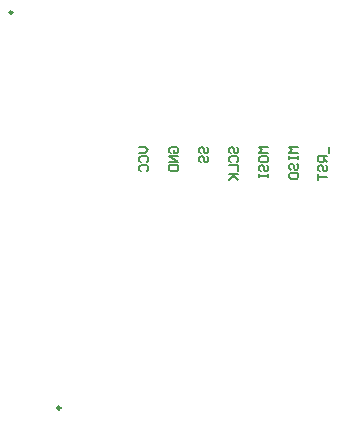
<source format=gbo>
G04*
G04 #@! TF.GenerationSoftware,Altium Limited,Altium Designer,21.7.2 (23)*
G04*
G04 Layer_Color=0*
%FSLAX25Y25*%
%MOIN*%
G70*
G04*
G04 #@! TF.SameCoordinates,8FBBE309-EC49-44CF-9814-742EC28C0B38*
G04*
G04*
G04 #@! TF.FilePolarity,Positive*
G04*
G01*
G75*
%ADD52C,0.00984*%
%ADD53C,0.00500*%
D52*
X-20249Y-43302D02*
G03*
X-20249Y-43302I-492J0D01*
G01*
X-36220Y88583D02*
G03*
X-36220Y88583I-492J0D01*
G01*
D53*
X69249Y43562D02*
Y41563D01*
X68749Y40563D02*
X65750D01*
Y39064D01*
X66250Y38564D01*
X67250D01*
X67750Y39064D01*
Y40563D01*
Y39564D02*
X68749Y38564D01*
X66250Y35565D02*
X65750Y36065D01*
Y37065D01*
X66250Y37564D01*
X66750D01*
X67250Y37065D01*
Y36065D01*
X67750Y35565D01*
X68250D01*
X68749Y36065D01*
Y37065D01*
X68250Y37564D01*
X65750Y34565D02*
Y32566D01*
Y33566D01*
X68749D01*
X6001Y43562D02*
X8000D01*
X8999Y42563D01*
X8000Y41563D01*
X6001D01*
X6500Y38564D02*
X6001Y39064D01*
Y40064D01*
X6500Y40563D01*
X8500D01*
X8999Y40064D01*
Y39064D01*
X8500Y38564D01*
X6500Y35565D02*
X6001Y36065D01*
Y37065D01*
X6500Y37564D01*
X8500D01*
X8999Y37065D01*
Y36065D01*
X8500Y35565D01*
X16500Y41563D02*
X16000Y42063D01*
Y43063D01*
X16500Y43562D01*
X18499D01*
X18999Y43063D01*
Y42063D01*
X18499Y41563D01*
X17500D01*
Y42563D01*
X18999Y40563D02*
X16000D01*
X18999Y38564D01*
X16000D01*
Y37564D02*
X18999D01*
Y36065D01*
X18499Y35565D01*
X16500D01*
X16000Y36065D01*
Y37564D01*
X26500Y41563D02*
X26000Y42063D01*
Y43063D01*
X26500Y43562D01*
X27000D01*
X27500Y43063D01*
Y42063D01*
X28000Y41563D01*
X28499D01*
X28999Y42063D01*
Y43063D01*
X28499Y43562D01*
X26500Y38564D02*
X26000Y39064D01*
Y40064D01*
X26500Y40563D01*
X27000D01*
X27500Y40064D01*
Y39064D01*
X28000Y38564D01*
X28499D01*
X28999Y39064D01*
Y40064D01*
X28499Y40563D01*
X36500Y41563D02*
X36000Y42063D01*
Y43063D01*
X36500Y43562D01*
X37000D01*
X37500Y43063D01*
Y42063D01*
X38000Y41563D01*
X38500D01*
X38999Y42063D01*
Y43063D01*
X38500Y43562D01*
X36500Y38564D02*
X36000Y39064D01*
Y40064D01*
X36500Y40563D01*
X38500D01*
X38999Y40064D01*
Y39064D01*
X38500Y38564D01*
X36000Y37564D02*
X38999D01*
Y35565D01*
X36000Y34565D02*
X38999D01*
X38000D01*
X36000Y32566D01*
X37500Y34066D01*
X38999Y32566D01*
X58999Y43562D02*
X56000D01*
X57000Y42563D01*
X56000Y41563D01*
X58999D01*
X56000Y40563D02*
Y39564D01*
Y40064D01*
X58999D01*
Y40563D01*
Y39564D01*
X56500Y36065D02*
X56000Y36565D01*
Y37564D01*
X56500Y38064D01*
X57000D01*
X57500Y37564D01*
Y36565D01*
X58000Y36065D01*
X58499D01*
X58999Y36565D01*
Y37564D01*
X58499Y38064D01*
X56000Y33566D02*
Y34565D01*
X56500Y35065D01*
X58499D01*
X58999Y34565D01*
Y33566D01*
X58499Y33066D01*
X56500D01*
X56000Y33566D01*
X48999Y43562D02*
X46000D01*
X47000Y42563D01*
X46000Y41563D01*
X48999D01*
X46000Y39064D02*
Y40064D01*
X46500Y40563D01*
X48500D01*
X48999Y40064D01*
Y39064D01*
X48500Y38564D01*
X46500D01*
X46000Y39064D01*
X46500Y35565D02*
X46000Y36065D01*
Y37065D01*
X46500Y37564D01*
X47000D01*
X47500Y37065D01*
Y36065D01*
X48000Y35565D01*
X48500D01*
X48999Y36065D01*
Y37065D01*
X48500Y37564D01*
X46000Y34565D02*
Y33566D01*
Y34066D01*
X48999D01*
Y34565D01*
Y33566D01*
M02*

</source>
